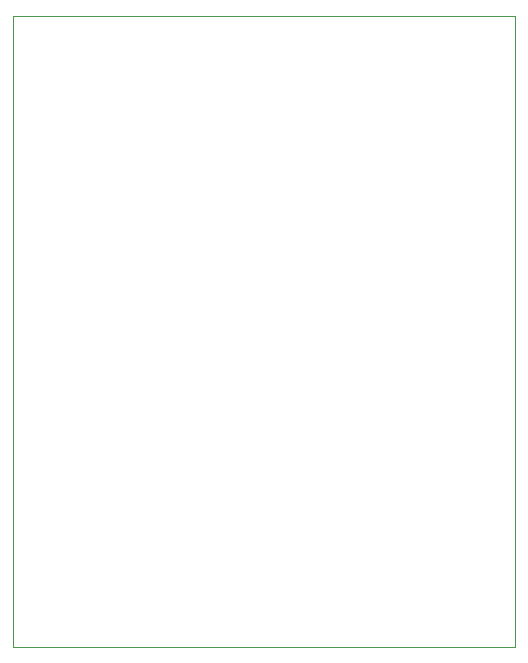
<source format=gm1>
G04 #@! TF.GenerationSoftware,KiCad,Pcbnew,9.0.2*
G04 #@! TF.CreationDate,2025-07-23T09:57:04+02:00*
G04 #@! TF.ProjectId,Capteur_courant_IoT,43617074-6575-4725-9f63-6f7572616e74,rev?*
G04 #@! TF.SameCoordinates,Original*
G04 #@! TF.FileFunction,Profile,NP*
%FSLAX46Y46*%
G04 Gerber Fmt 4.6, Leading zero omitted, Abs format (unit mm)*
G04 Created by KiCad (PCBNEW 9.0.2) date 2025-07-23 09:57:04*
%MOMM*%
%LPD*%
G01*
G04 APERTURE LIST*
G04 #@! TA.AperFunction,Profile*
%ADD10C,0.050000*%
G04 #@! TD*
G04 APERTURE END LIST*
D10*
X122980000Y-73200000D02*
X165480000Y-73200000D01*
X165480000Y-126600000D01*
X122980000Y-126600000D01*
X122980000Y-73200000D01*
M02*

</source>
